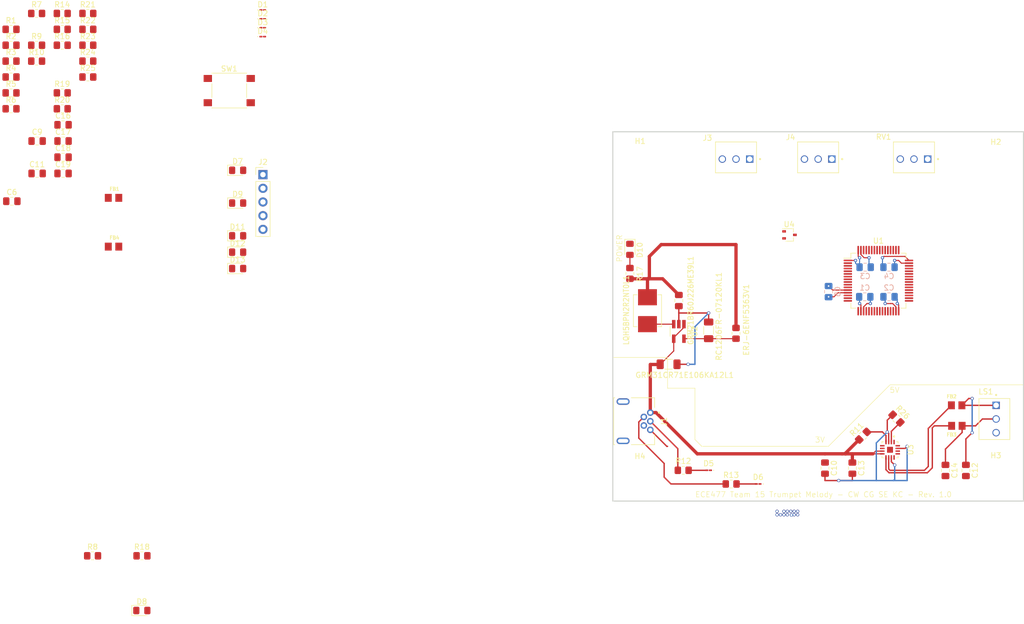
<source format=kicad_pcb>
(kicad_pcb (version 20221018) (generator pcbnew)
  (layers (0 "F.Cu" signal) (31 "B.Cu" signal) (34 "B.Paste" user) (35 "F.Paste" user) (36 "B.SilkS" user "B.Silkscreen") (37 "F.SilkS" user "F.Silkscreen") (38 "B.Mask" user) (39 "F.Mask" user) (44 "Edge.Cuts" user))
  (net 0 "")
  (net 1 "+3.3V")
  (net 2 "GND")
  (net 3 "+3.3VA")
  (net 4 "GNDA")
  (net 5 "NRST")
  (net 6 "+5V")
  (net 7 "ADC1_IN0")
  (net 8 "Net-(C12-Pad1)")
  (net 9 "Net-(C14-Pad1)")
  (net 10 "Net-(U1-VCAP1)")
  (net 11 "GPIO_BUTTON_0")
  (net 12 "GPIO_BUTTON_1")
  (net 13 "GPIO_BUTTON_2")
  (net 14 "Net-(D1-A2)")
  (net 15 "USB_DP")
  (net 16 "USB_DM")
  (net 17 "Net-(D7-A)")
  (net 18 "Net-(D8-A)")
  (net 19 "Net-(D9-A)")
  (net 20 "Net-(D10-A)")
  (net 21 "Net-(D11-A)")
  (net 22 "Net-(D12-A)")
  (net 23 "Net-(D13-A)")
  (net 24 "Net-(U2-FB)")
  (net 25 "Net-(U3-OUTN)")
  (net 26 "Net-(U3-OUTP)")
  (net 27 "Net-(J1-D-)")
  (net 28 "Net-(J1-D+)")
  (net 29 "USB_ID_Connector")
  (net 30 "Net-(J2-Pin_1)")
  (net 31 "Net-(J2-Pin_2)")
  (net 32 "Net-(J2-Pin_3)")
  (net 33 "Net-(J2-Pin_4)")
  (net 34 "Net-(J2-Pin_5)")
  (net 35 "BUTTON_0")
  (net 36 "BUTTON_1")
  (net 37 "BUTTON_2")
  (net 38 "Net-(U2-SW)")
  (net 39 "BOOT0")
  (net 40 "Net-(R4-Pad2)")
  (net 41 "Net-(U3-SD_MODE)")
  (net 42 "GPIO_LED0")
  (net 43 "GPIO_LED1")
  (net 44 "GPIO_LED2")
  (net 45 "TMS")
  (net 46 "TCK")
  (net 47 "SWO")
  (net 48 "JTDI")
  (net 49 "NJTRST")
  (net 50 "Net-(U3-GAIN_SLOT)")
  (net 51 "PC13")
  (net 52 "OSC32_IN")
  (net 53 "OSC_IN")
  (net 54 "OSC_OUT")
  (net 55 "I2S_SD")
  (net 56 "PA1")
  (net 57 "PA2")
  (net 58 "PA3")
  (net 59 "PA4")
  (net 60 "PA5")
  (net 61 "PA6")
  (net 62 "PA7")
  (net 63 "PC4")
  (net 64 "PC5")
  (net 65 "PB0")
  (net 66 "PB1")
  (net 67 "PB2")
  (net 68 "I2S_CK")
  (net 69 "I2S_WS")
  (net 70 "PB13")
  (net 71 "PB14")
  (net 72 "PB15")
  (net 73 "PC6")
  (net 74 "PC7")
  (net 75 "PC8")
  (net 76 "PC9")
  (net 77 "PA8")
  (net 78 "USB_VSENSE")
  (net 79 "USB_ID")
  (net 80 "PD2")
  (net 81 "PB5")
  (net 82 "PB6")
  (net 83 "PB7")
  (net 84 "PB8")
  (net 85 "PB9")
  (net 86 "PadMax")
  (footprint "TrumpetMelodyFootprintLibrary:TE_640456-3" (layer "F.Cu") (at 172.72 50.8)
    (fp_text reference "J3")
    (fp_text value "640456-3")
  )
  (footprint "Resistor_SMD:R_0805_2012Metric_Pad1.20x1.40mm_HandSolder" (layer "F.Cu") (at 45.17 26.705)
    (fp_text reference "R15")
    (fp_text value "1k")
  )
  (footprint "Resistor_SMD:R_0805_2012Metric_Pad1.20x1.40mm_HandSolder" (layer "F.Cu") (at 35.67 35.555)
    (fp_text reference "R4")
    (fp_text value "20")
  )
  (footprint "Resistor_SMD:R_0805_2012Metric_Pad1.20x1.40mm_HandSolder" (layer "F.Cu") (at 49.92 29.655)
    (fp_text reference "R23")
    (fp_text value "220")
  )
  (footprint "Resistor_SMD:R_0805_2012Metric_Pad1.20x1.40mm_HandSolder" (layer "F.Cu") (at 35.67 32.605)
    (fp_text reference "R3")
    (fp_text value "150")
  )
  (footprint "Resistor_SMD:R_0805_2012Metric_Pad1.20x1.40mm_HandSolder" (layer "F.Cu") (at 193.747107 102.162893 45)
    (fp_text reference "R11")
    (fp_text value "1M")
  )
  (footprint "Resistor_SMD:R_0805_2012Metric_Pad1.20x1.40mm_HandSolder" (layer "F.Cu") (at 45.17 41.455)
    (fp_text reference "R20")
    (fp_text value "1k")
  )
  (footprint "Capacitor_SMD:C_0805_2012Metric_Pad1.18x1.45mm_HandSolder" (layer "F.Cu") (at 45.32 47.445)
    (fp_text reference "C17")
    (fp_text value "0.22uF")
  )
  (footprint "Capacitor_SMD:C_0805_2012Metric_Pad1.18x1.45mm_HandSolder" (layer "F.Cu") (at 45.32 53.465)
    (fp_text reference "C19")
    (fp_text value "0.22uF")
  )
  (footprint "MountingHole:MountingHole_3.5mm" (layer "F.Cu") (at 218.44 109.22)
    (fp_text reference "H3")
    (fp_text value "MountingHole")
  )
  (footprint "Diode_SMD:D_01005_0402Metric_Pad0.57x0.30mm_HandSolder" (layer "F.Cu") (at 165.1 108.585 180)
    (fp_text reference "D5")
    (fp_text value "D_TVS")
  )
  (footprint "Diode_SMD:D_01005_0402Metric_Pad0.57x0.30mm_HandSolder" (layer "F.Cu") (at 82.37 23.105)
    (fp_text reference "D1")
    (fp_text value "D_TVS")
  )
  (footprint "TrumpetMelodyFootprintLibrary:FB_LI0805G201R-10" (layer "F.Cu") (at 211.117 96.52)
    (fp_text reference "FB2")
    (fp_text value "FerriteBead")
  )
  (footprint "Resistor_SMD:R_0805_2012Metric_Pad1.20x1.40mm_HandSolder" (layer "F.Cu") (at 40.42 29.655)
    (fp_text reference "R9")
    (fp_text value "4.7k")
  )
  (footprint "Diode_SMD:D_01005_0402Metric_Pad0.57x0.30mm_HandSolder" (layer "F.Cu") (at 82.37 24.755)
    (fp_text reference "D2")
    (fp_text value "D_TVS")
  )
  (footprint "TrumpetMelodyFootprintLibrary:TE_640456-3" (layer "F.Cu") (at 187.96 50.8)
    (fp_text reference "J4")
    (fp_text value "640456-3")
  )
  (footprint "Resistor_SMD:R_0805_2012Metric_Pad1.20x1.40mm_HandSolder" (layer "F.Cu") (at 199.952893 98.987893 -45)
    (fp_text reference "R26")
    (fp_text value "100k")
  )
  (footprint "TrumpetMelodyFootprintLibrary:TE_2172034-1" (layer "F.Cu") (at 149.228422 99.472954 -90)
    (fp_text reference "J1")
    (fp_text value "USB_B_Micro")
  )
  (footprint "Capacitor_SMD:C_0805_2012Metric_Pad1.18x1.45mm_HandSolder" (layer "F.Cu") (at 191.77 108.1825 -90)
    (fp_text reference "C13")
    (fp_text value "0.1uF")
  )
  (footprint "Resistor_SMD:R_0805_2012Metric_Pad1.20x1.40mm_HandSolder" (layer "F.Cu") (at 49.92 23.755)
    (fp_text reference "R21")
    (fp_text value "220")
  )
  (footprint "Resistor_SMD:R_0805_2012Metric_Pad1.20x1.40mm_HandSolder" (layer "F.Cu") (at 59.96 124.46)
    (fp_text reference "R18")
    (fp_text value "1k")
  )
  (footprint "TrumpetMelodyFootprintLibrary:FB_LI0805G201R-10" (layer "F.Cu") (at 211.158 100.33 180)
    (fp_text reference "FB3")
    (fp_text value "FerriteBead" hide)
  )
  (footprint "Resistor_SMD:R_0805_2012Metric_Pad1.20x1.40mm_HandSolder" (layer "F.Cu") (at 35.67 29.655)
    (fp_text reference "R2")
    (fp_text value "100k")
  )
  (footprint "LED_SMD:LED_0805_2012Metric_Pad1.15x1.40mm_HandSolder" (layer "F.Cu") (at 77.715 71.12)
    (fp_text reference "D13")
    (fp_text value "LED")
  )
  (footprint "TrumpetMelodyFootprintLibrary:QFN50P300X300X80-17N" (layer "F.Cu") (at 198.755 104.775 -90)
    (fp_text reference "U3")
    (fp_text value "MAX98357AETE_T")
  )
  (footprint "LED_SMD:LED_0805_2012Metric_Pad1.15x1.40mm_HandSolder" (layer "F.Cu") (at 150.495 67.555 -90)
    (fp_text reference "D10")
    (fp_text value "LED")
  )
  (footprint "Package_TO_SOT_SMD:SOT-23-5_HandSoldering" (layer "F.Cu") (at 159.57 82.8 -90)
    (fp_text reference "U2")
    (fp_text value "TLV62565DBVR")
  )
  (footprint "Inductor_SMD:L_Murata_LQH55DN_5.7x5.0mm" (layer "F.Cu") (at 153.755345 78.95 90)
    (fp_text reference "LQH5BPN2R2NT0L1")
    (fp_text value "2.2uH")
  )
  (footprint "Diode_SMD:D_01005_0402Metric_Pad0.57x0.30mm_HandSolder" (layer "F.Cu") (at 174.2875 111.125 180)
    (fp_text reference "D6")
    (fp_text value "D_TVS")
  )
  (footprint "Diode_SMD:D_01005_0402Metric_Pad0.57x0.30mm_HandSolder" (layer "F.Cu") (at 82.37 26.405)
    (fp_text reference "D3")
    (fp_text value "D_TVS")
  )
  (footprint "Capacitor_SMD:C_0805_2012Metric_Pad1.18x1.45mm_HandSolder" (layer "F.Cu") (at 212.831667 108.615944 -90)
    (fp_text reference "C12")
    (fp_text value "220pF")
  )
  (footprint "Capacitor_SMD:C_0805_2012Metric_Pad1.18x1.45mm_HandSolder" (layer "F.Cu") (at 186.69 108.1825 -90)
    (fp_text reference "C10")
    (fp_text value "10uF")
  )
  (footprint "Resistor_SMD:R_0805_2012Metric_Pad1.20x1.40mm_HandSolder" (layer "F.Cu") (at 35.67 41.455)
    (fp_text reference "R6")
    (fp_text value "4.7k")
  )
  (footprint "TrumpetMelodyFootprintLibrary:TE_640456-3" (layer "F.Cu") (at 205.74 50.8)
    (fp_text reference "RV1")
    (fp_text value "Linear Potentiometer")
  )
  (footprint "Button_Switch_SMD:SW_SPST_PTS645" (layer "F.Cu") (at 76.16 38.075)
    (fp_text reference "SW1")
    (fp_text value "SW_Push")
  )
  (footprint "Resistor_SMD:R_0805_2012Metric_Pad1.20x1.40mm_HandSolder" (layer "F.Cu") (at 49.92 26.705)
    (fp_text reference "R22")
    (fp_text value "220")
  )
  (footprint "Resistor_SMD:R_0805_2012Metric_Pad1.20x1.40mm_HandSolder" (layer "F.Cu") (at 150.495 72.025 90)
    (fp_text reference "R17")
    (fp_text value "1k")
  )
  (footprint "Resistor_SMD:R_0805_2012Metric_Pad1.20x1.40mm_HandSolder" (layer "F.Cu") (at 50.8 124.46)
    (fp_text reference "R8")
    (fp_text value "4.7k")
  )
  (footprint "LED_SMD:LED_0805_2012Metric_Pad1.15x1.40mm_HandSolder" (layer "F.Cu") (at 77.715 52.88)
    (fp_text reference "D7")
    (fp_text value "LED")
  )
  (footprint "LED_SMD:LED_0805_2012Metric_Pad1.15x1.40mm_HandSolder" (layer "F.Cu") (at 77.715 68.08)
    (fp_text reference "D12")
    (fp_text value "LED")
  )
  (footprint "Capacitor_SMD:C_0805_2012Metric_Pad1.18x1.45mm_HandSolder" (layer "F.Cu") (at 35.8175 58.62)
    (fp_text reference "C6")
    (fp_text value "0.1uF")
  )
  (footprint "Capacitor_SMD:C_0805_2012Metric_Pad1.18x1.45mm_HandSolder" (layer "F.Cu") (at 40.51 47.445)
    (fp_text reference "C9")
    (fp_text value "0.1uF")
  )
  (footprint "Resistor_SMD:R_0805_2012Metric_Pad1.20x1.40mm_HandSolder" (layer "F.Cu") (at 45.17 38.505)
    (fp_text reference "R19")
    (fp_text value "1k")
  )
  (footprint "Capacitor_SMD:C_0805_2012Metric_Pad1.18x1.45mm_HandSolder" (layer "F.Cu") (at 40.51 53.465)
    (fp_text reference "C11")
    (fp_text value "10uF")
  )
  (footprint "Capacitor_SMD:C_0805_2012Metric_Pad1.18x1.45mm_HandSolder" (layer "F.Cu") (at 45.32 50.455)
    (fp_text reference "C18")
    (fp_text value "0.22uF")
  )
  (footprint "Resistor_SMD:R_0805_2012Metric_Pad1.20x1.40mm_HandSolder" (layer "F.Cu") (at 35.67 26.705)
    (fp_text reference "R1")
    (fp_text value "100k")
  )
  (footprint "MountingHole:MountingHole_3.5mm" (layer "F.Cu") (at 152.4 109.22)
    (fp_text reference "H4")
    (fp_text value "MountingHole")
  )
  (footprint "MountingHole:MountingHole_3.5mm" (layer "F.Cu") (at 218.44 50.8)
    (fp_text reference "H2")
    (fp_text value "MountingHole")
  )
  (footprint "TrumpetMelodyFootprintLibrary:FB_LI0805G201R-10" (layer "F.Cu") (at 54.685 67.05)
    (fp_text reference "FB4")
    (fp_text value "FerriteBead")
  )
  (footprint "Resistor_SMD:R_0805_2012Metric_Pad1.20x1.40mm_HandSolder" (layer "F.Cu") (at 40.42 23.755)
    (fp_text reference "R7")
    (fp_text value "220")
  )
  (footprint "MountingHole:MountingHole_3.5mm" (layer "F.Cu") (at 152.4 50.8)
    (fp_text reference "H1")
    (fp_text value "MountingHole")
  )
  (footprint "Resistor_SMD:R_0805_2012Metric_Pad1.20x1.40mm_HandSolder" (layer "F.Cu") (at 49.92 35.555)
    (fp_text reference "R25")
    (fp_text value "220")
  )
  (footprint "LED_SMD:LED_0805_2012Metric_Pad1.15x1.40mm_HandSolder" (layer "F.Cu") (at 77.715 65.04)
    (fp_text reference "D11")
    (fp_text value "LED")
  )
  (footprint "LED_SMD:LED_0805_2012Metric_Pad1.15x1.40mm_HandSolder" (layer "F.Cu") (at 77.715 58.96)
    (fp_text reference "D9")
    (fp_text value "LED")
  )
  (footprint "Capacitor_SMD:C_0805_2012Metric_Pad1.18x1.45mm_HandSolder" (layer "F.Cu") (at 159.57 77.0675 -90)
    (fp_text reference "GRM21BR60J226ME39L1")
    (fp_text value "22uF")
  )
  (footprint "Capacitor_SMD:C_0805_2012Metric_Pad1.18x1.45mm_HandSolder" (layer "F.Cu") (at 209.042338 108.615944 -90)
    (fp_text reference "C14")
    (fp_text value "220pF")
  )
  (footprint "Connector_PinHeader_2.54mm:PinHeader_1x05_P2.54mm_Vertical" (layer "F.Cu") (at 82.41 53.685)
    (fp_text reference "J2")
    (fp_text value "Conn_01x05")
  )
  (footprint "Resistor_SMD:R_0805_2012Metric_Pad1.20x1.40mm_HandSolder" (layer "F.Cu") (at 169.275 111.125)
    (fp_text reference "R13")
    (fp_text value "220")
  )
  (footprint "Resistor_SMD:R_0805_2012Metric_Pad1.20x1.40mm_HandSolder" (layer "F.Cu") (at 160.385 108.585)
    (fp_text reference "R12")
    (fp_text value "220")
  )
  (footprint "Capacitor_SMD:C_1206_3216Metric_Pad1.33x1.80mm_HandSolder" (layer "F.Cu") (at 157.67 88.9)
    (fp_text reference "GRM31CR71E106KA12L1")
    (fp_text value "10uF")
  )
  (footprint "TrumpetMelodyFootprintLibrary:FB_LI0805G201R-10" (layer "F.Cu") (at 54.685 57.99)
    (fp_text reference "FB1")
    (fp_text value "FerriteBead")
  )
  (footprint "Resistor_SMD:R_0805_2012Metric_Pad1.20x1.40mm_HandSolder" (layer "F.Cu") (at 49.92 32.605)
    (fp_text reference "R24")
    (fp_text value "220")
  )
  (footprint "Package_QFP:LQFP-64_10x10mm_P0.5mm" (layer "F.Cu") (at 196.605 73.37)
    (fp_text reference "U1")
    (fp_text value "STM32F411RETx")
  )
  (footprint "Resistor_SMD:R_0805_2012Metric_Pad1.20x1.40mm_HandSolder" (layer "F.Cu") (at 45.17 23.755)
    (fp_text reference "R14")
    (fp_text value "1k")
  )
  (footprint "Diode_SMD:D_01005_0402Metric_Pad0.57x0.30mm_HandSolder" (layer "F.Cu") (at 82.37 28.055)
    (fp_text reference "D4")
    (fp_text value "D_TVS")
  )
  (footprint "Resistor_SMD:R_0805_2012Metric_Pad1.20x1.40mm_HandSolder" (layer "F.Cu") (at 45.17 29.655)
    (fp_text reference "R16")
    (fp_text value "1k")
  )
  (footprint "Resistor_SMD:R_0805_2012Metric_Pad1.20x1.40mm_HandSolder" (layer "F.Cu") (at 35.67 38.505)
    (fp_text reference "R5")
    (fp_text value "220")
  )
  (footprint "Package_TO_SOT_SMD:SOT-323_SC-70" (layer "F.Cu") (at 180.105 64.87)
    (fp_text reference "U4")
    (fp_text value "MAX7375AXR805")
  )
  (footprint "Resistor_SMD:R_0805_2012Metric_Pad1.20x1.40mm_HandSolder" (layer "F.Cu") (at 170.18 83.15 -90)
    (fp_text reference "ERJ-6ENF5363V1")
    (fp_text value "536k")
  )
  (footprint "Resistor_SMD:R_0805_2012Metric_Pad1.20x1.40mm_HandSolder" (layer "F.Cu") (at 40.42 32.605)
    (fp_text reference "R10")
    (fp_text value "220")
  )
  (footprint "TrumpetMelodyFootprintLibrary:TE_640456-3" (layer "F.Cu") (at 218.44 96.52 90)
    (fp_text reference "LS1")
    (fp_text value "Speaker")
  )
  (footprint "Capacitor_SMD:C_0805_2012Metric_Pad1.18x1.45mm_HandSolder" (layer "F.Cu") (at 45.32 44.435)
    (fp_text reference "C16")
    (fp_text value "4.7uF")
  )
  (footprint "Resistor_SMD:R_1206_3216Metric_Pad1.30x1.75mm_HandSolder" (layer "F.Cu") (at 165.1 82.6 90)
    (fp_text reference "RC1206FR-07120KL1")
    (fp_text value "120k")
  )
  (footprint "LED_SMD:LED_0805_2012Metric_Pad1.15x1.40mm_HandSolder" (layer "F.Cu") (at 59.935 134.62)
    (fp_text reference "D8")
    (fp_text value "LED")
  )
  (footprint "Capacitor_SMD:C_0805_2012Metric_Pad1.18x1.45mm_HandSolder" (layer "B.Cu") (at 198.5675 70.87)
    (fp_text reference "C4")
    (fp_text value "0.1uF")
  )
  (footprint "Capacitor_SMD:C_0805_2012Metric_Pad1.18x1.45mm_HandSolder" (layer "B.Cu") (at 194.0675 76.37 180)
    (fp_text reference "C1")
    (fp_text value "0.1uF")
  )
  (footprint "Capacitor_SMD:C_0805_2012Metric_Pad1.18x1.45mm_HandSolder" (layer "B.Cu") (at 187.355 75.4075 90)
    (fp_text reference "C5")
    (fp_text value "0.1uF")
  )
  (footprint "Capacitor_SMD:C_0805_2012Metric_Pad1.18x1.45mm_HandSolder" (layer "B.Cu") (at 194.1425 70.87)
    (fp_text reference "C3")
    (fp_text value "0.1uF")
  )
  (footprint "Capacitor_SMD:C_0805_2012Metric_Pad1.18x1.45mm_HandSolder" (layer "B.Cu") (at 198.5675 76.37 180)
    (fp_text reference "C2")
    (fp_text value "0.1uF")
  )
  (gr_line (start 147.32 87.63) (end 157.48 87.63) (stroke (width 0.1)) (layer "F.SilkS"))
  (gr_line (start 198.755 92.71) (end 223.52 92.71) (stroke (width 0.1)) (layer "F.SilkS"))
  (gr_line (start 162.56 93.345) (end 162.56 102.87) (stroke (width 0.1)) (layer "F.SilkS"))
  (gr_line (start 157.48 87.63) (end 157.48 93.345) (stroke (width 0.1)) (layer "F.SilkS"))
  (gr_line (start 157.48 93.345) (end 162.56 93.345) (stroke (width 0.1)) (layer "F.SilkS"))
  (gr_line (start 163.83 104.14) (end 187.325 104.14) (stroke (width 0.1)) (layer "F.SilkS"))
  (gr_line (start 163.83 104.14) (end 162.56 102.87) (stroke (width 0.1)) (layer "F.SilkS"))
  (gr_line (start 187.325 104.14) (end 198.71019 92.75481) (stroke (width 0.1)) (layer "F.SilkS"))
  (gr_rect locked (start 147.32 45.72) (end 223.52 114.3) (stroke (width 0.2)) (fill none) (layer "Edge.Cuts"))
  (gr_text "5V" (at 198.634195 94.273649) (layer "F.SilkS") (effects (font (size 1 1) (thickness 0.1)) (justify left bottom)))
  (gr_text "3V" (at 184.785 103.505) (layer "F.SilkS") (effects (font (size 1 1) (thickness 0.1)) (justify left bottom)))
  (gr_text "ECE477 Team 15 Trumpet Melody - CW CG SE KC - Rev. 1.0" (at 162.56 113.665) (layer "F.SilkS") (effects (font (size 1 1) (thickness 0.1)) (justify left bottom)))
  (gr_text "POWER" (at 149.153375 69.986032 90) (layer "F.SilkS") (effects (font (size 1 1) (thickness 0.1)) (justify left bottom)))
  (segment (start 156.3 66.675) (end 170.18 66.675) (width 0.61) (layer "F.Cu") (net 1))
  (segment (start 193.855 79.045) (end 193.855 78.23759) (width 0.2) (layer "F.Cu") (net 1))
  (segment (start 193.105 69.12) (end 192.98 68.995) (width 0.2) (layer "F.Cu") (net 1))
  (segment (start 154.105 73.025) (end 154.105 68.87) (width 0.61) (layer "F.Cu") (net 1))
  (segment (start 159.57 76.03) (end 156.565 73.025) (width 0.61) (layer "F.Cu") (net 1))
  (segment (start 200.355 77.87) (end 200.105 77.62) (width 0.2) (layer "F.Cu") (net 1))
  (segment (start 201.53 68.87) (end 197.605 68.87) (width 0.2) (layer "F.Cu") (net 1))
  (segment (start 200.355 79.045) (end 200.355 77.87) (width 0.2) (layer "F.Cu") (net 1))
  (segment (start 192.855 67.695) (end 192.855 68.87) (width 0.2) (layer "F.Cu") (net 1))
  (segment (start 197.605 68.87) (end 197.355 69.12) (width 0.2) (layer "F.Cu") (net 1))
  (segment (start 150.495 73.025) (end 153.755345 73.025) (width 0.61) (layer "F.Cu") (net 1))
  (segment (start 193.855 78.23759) (end 194.47259 77.62) (width 0.2) (layer "F.Cu") (net 1))
  (segment (start 192.855 68.87) (end 193.105 69.12) (width 0.2) (layer "F.Cu") (net 1))
  (segment (start 170.18 66.675) (end 170.18 82.33) (width 0.61) (layer "F.Cu") (net 1))
  (segment (start 154.105 68.87) (end 156.3 66.675) (width 0.61) (layer "F.Cu") (net 1))
  (segment (start 194.47259 77.62) (end 195.105 77.62) (width 0.2) (layer "F.Cu") (net 1))
  (segment (start 190.93 69.62) (end 192.355 69.62) (width 0.2) (layer "F.Cu") (net 1))
  (segment (start 153.755345 76.312709) (end 153.755345 73.025) (width 0.61) (layer "F.Cu") (net 1))
  (segment (start 156.565 73.025) (end 153.755345 73.025) (width 0.61) (layer "F.Cu") (net 1))
  (segment (start 202.28 69.62) (end 201.53 68.87) (width 0.2) (layer "F.Cu") (net 1))
  (via (at 197.355 69.12) (size 0.6) (drill 0.3) (layers "F.Cu" "B.Cu") (net 1))
  (via (at 193.105 69.12) (size 0.6) (drill 0.3) (layers "F.Cu" "B.Cu") (net 1))
  (via (at 192.355 69.62) (size 0.6) (drill 0.3) (layers "F.Cu" "B.Cu") (net 1))
  (via (at 200.105 77.62) (size 0.6) (drill 0.3) (layers "F.Cu" "B.Cu") (net 1))
  (via (at 195.105 77.62) (size 0.6) (drill 0.3) (layers "F.Cu" "B.Cu") (net 1))
  (segment (start 194.605 76.87) (end 195.105 76.37) (width 0.2) (layer "B.Cu") (net 1))
  (segment (start 192.355 70.12) (end 193.105 70.87) (width 0.2) (layer "B.Cu") (net 1))
  (segment (start 200.105 76.87) (end 199.605 76.37) (width 0.2) (layer "B.Cu") (net 1))
  (segment (start 195.105 77.62) (end 195.105 76.37) (width 0.2) (layer "B.Cu") (net 1))
  (segment (start 200.105 77.62) (end 200.105 76.87) (width 0.2) (layer "B.Cu") (net 1))
  (segment (start 192.355 69.62) (end 192.355 70.12) (width 0.2) (layer "B.Cu") (net 1))
  (segment (start 197.355 70.695) (end 197.53 70.87) (width 0.2) (layer "B.Cu") (net 1))
  (segment (start 197.355 69.12) (end 197.355 70.695) (width 0.2) (layer "B.Cu") (net 1))
  (segment (start 193.105 69.12) (end 193.105 70.87) (width 0.2) (layer "B.Cu") (net 1))
  (segment (start 199.855 78.23759) (end 199.23741 77.62) (width 0.2) (layer "F.Cu") (net 2))
  (segment (start 201.545 104.525) (end 201.93 104.14) (width 0.254) (layer "F.Cu") (net 2))
  (segment (start 200.855 70.12) (end 200.355 69.62) (width 0.2) (layer "F.Cu") (net 2))
  (segment (start 159.57 79.375) (end 159.57 78.105) (width 0.254) (layer "F.Cu") (net 2))
  (segment (start 165.1 81.05) (end 165.1 79.375) (width 0.254) (layer "F.Cu") (net 2))
  (segment (start 199.23741 77.62) (end 198.855 77.62) (width 0.2) (layer "F.Cu") (net 2))
  (segment (start 199.005 106.21) (end 199.005 106.997006) (width 0.254) (layer "F.Cu") (net 2))
  (segment (start 193.953529 69.12) (end 194.855 69.12) (width 0.2) (layer "F.Cu") (net 2))
  (segment (start 198.505 101.733286) (end 198.245857 101.474143) (width 0.254) (layer "F.Cu") (net 2))
  (segment (start 165.1 79.375) (end 159.57 79.375) (width 0.254) (layer "F.Cu") (net 2))
  (segment (start 191.77 109.22) (end 191.77 110.49) (width 0.254) (layer "F.Cu") (net 2))
  (segment (start 193.355 79.045) (end 193.355 77.87) (width 0.2) (layer "F.Cu") (net 2))
  (segment (start 199.855 79.045) (end 199.855 78.23759) (width 0.2) (layer "F.Cu") (net 2))
  (segment (start 200.19 104.525) (end 201.545 104.525) (width 0.254) (layer "F.Cu") (net 2))
  (segment (start 199.245786 98.280786) (end 198.245857 99.280715) (width 0.254) (layer "F.Cu") (net 2))
  (segment (start 202.28 70.12) (end 200.855 70.12) (width 0.2) (layer "F.Cu") (net 2))
  (segment (start 198.505 103.34) (end 198.505 101.733286) (width 0.254) (layer "F.Cu") (net 2))
  (segment (start 193.355 67.695) (end 193.355 68.521471) (width 0.2) (layer "F.Cu") (net 2))
  (segment (start 193.355 77.87) (end 193.105 77.62) (width 0.2) (layer "F.Cu") (net 2))
  (segment (start 186.69 110.49) (end 189.23 110.49) (width 0.254) (layer "F.Cu") (net 2))
  (segment (start 198.245857 99.280715) (end 198.245857 101.474143) (width 0.254) (layer "F.Cu") (net 2))
  (segment (start 191.77 110.49) (end 189.23 110.49) (width 0.254) (layer "F.Cu") (net 2))
  (segment (start 154.278422 101.072954) (end 157.345468 104.14) (width 0.254) (layer "F.Cu") (net 2))
  (segment (start 157.345468 104.14) (end 157.48 104.14) (width 0.254) (layer "F.Cu") (net 2))
  (segment (start 198.855 77.62) (end 197.855 77.62) (width 0.2) (layer "F.Cu") (net 2))
  (segment (start 159.57 81.45) (end 159.57 79.375) (width 0.254) (layer "F.Cu") (net 2))
  (segment (start 193.355 68.521471) (end 193.953529 69.12) (width 0.2) (layer "F.Cu") (net 2))
  (segment (start 199.005 106.997006) (end 199.620798 107.612804) (width 0.254) (layer "F.Cu") (net 2))
  (segment (start 186.69 109.22) (end 186.69 110.49) (width 0.254) (layer "F.Cu") (net 2))
  (segment (start 200.355 69.62) (end 199.605 69.62) (width 0.2) (layer "F.Cu") (net 2))
  (segment (start 159.2325 88.9) (end 161.29 88.9) (width 0.254) (layer "F.Cu") (net 2))
  (via (at 189.23 110.49) (size 0.6) (drill 0.381) (layers "F.Cu" "B.Cu") (net 2))
  (via (at 161.29 88.9) (size 0.6) (drill 0.381) (layers "F.Cu" "B.Cu") (net 2))
  (via (at 165.1 79.375) (size 0.6) (drill 0.381) (layers "F.Cu" "B.Cu") (net 2))
  (via (at 199.620798 107.612804) (size 0.6) (drill 0.381) (layers "F.Cu" "B.Cu") (net 2))
  (via (at 180.975 116.205) (size 0.6) (drill 0.381) (layers "F.Cu" "B.Cu") (net 2))
  (via (at 180.34 116.205) (size 0.6) (drill 0.381) (layers "F.Cu" "B.Cu") (net 2))
  (via (at 179.705 116.84) (size 0.6) (drill 0.381) (layers "F.Cu" "B.Cu") (net 2))
  (via (at 177.8 116.205) (size 0.6) (drill 0.381) (layers "F.Cu" "B.Cu") (net 2))
  (via (at 194.855 69.12) (size 0.6) (drill 0.3) (layers "F.Cu" "B.Cu") (net 2))
  (via (at 197.855 77.62) (size 0.6) (drill 0.3) (layers "F.Cu" "B.Cu") (net 2))
  (via (at 177.8 116.84) (size 0.6) (drill 0.381) (layers "F.Cu" "B.Cu") (net 2))
  (via (at 199.605 69.62) (size 0.6) (drill 0.3) (layers "F.Cu" "B.Cu") (net 2))
  (via (at 180.975 116.84) (size 0.6) (drill 0.381) (layers "F.Cu" "B.Cu") (net 2))
  (via (at 178.435 116.84) (size 0.6) (drill 0.381) (layers "F.Cu" "B.Cu") (net 2))
  (via (at 179.07 116.84) (size 0.6) (drill 0.381) (layers "F.Cu" "B.Cu") (net 2))
  (via (at 179.705 116.205) (size 0.6) (drill 0.381) (layers "F.Cu" "B.Cu") (net 2))
  (via (at 180.463807 116.885528) (size 0.6) (drill 0.381) (layers "F.Cu" "B.Cu") (net 2))
  (via (at 181.61 116.84) (size 0.6) (drill 0.381) (layers "F.Cu" "B.Cu") (net 2))
  (via (at 181.61 116.205) (size 0.6) (drill 0.381) (layers "F.Cu" "B.Cu") (net 2))
  (via (at 179.07 116.205) (size 0.6) (drill 0.381) (layers "F.Cu" "B.Cu") (net 2))
  (via (at 193.105 77.62) (size 0.6) (drill 0.3) (layers "F.Cu" "B.Cu") (net 2))
  (via (at 201.93 104.14) (size 0.6) (drill 0.381) (layers "F.Cu" "B.Cu") (net 2))
  (via (at 198.245857 101.474143) (size 0.6) (drill 0.381) (layers "F.Cu" "B.Cu") (net 2))
  (segment (start 162.56 81.915) (end 162.56 88.9) (width 0.254) (layer "B.Cu") (net 2))
  (segment (start 197.855 76.695) (end 197.53 76.37) (width 0.2) (layer "B.Cu") (net 2))
  (segment (start 197.855 77.62) (end 197.855 76.695) (width 0.2) (layer "B.Cu") (net 2))
  (segment (start 196.215 110.49) (end 199.39 110.49) (width 0.254) (layer "B.Cu") (net 2))
  (segment (start 162.56 88.9) (end 161.29 88.9) (width 0.254) (layer "B.Cu") (net 2))
  (segment (start 196.215 110.49) (end 189.23 110.49) (width 0.254) (layer "B.Cu") (net 2))
  (segment (start 195.105 70.945) (end 195.18 70.87) (width 0.2) (layer "B.Cu") (net 2))
  (segment (start 198.245857 101.474143) (end 196.215 103.505) (width 0.254) (layer "B.Cu") (net 2))
  (segment (start 196.215 103.505) (end 196.215 110.49) (width 0.254) (layer "B.Cu") (net 2))
  (segment (start 165.1 79.375) (end 162.56 81.915) (width 0.254) (layer "B.Cu") (net 2))
  (segment (start 193.105 76.445) (end 193.03 76.37) (width 0.2) (layer "B.Cu") (net 2))
  (segment (start 194.855 69.12) (end 194.855 70.545) (width 0.2) (layer "B.Cu") (net 2))
  (segment (start 199.39 110.49) (end 201.93 110.49) (width 0.254) (layer "B.Cu") (net 2))
  (segment (start 193.105 77.62) (end 193.105 76.445) (width 0.2) (layer "B.Cu") (net 2))
  (segment (start 194.855 70.545) (end 195.18 70.87) (width 0.2) (layer "B.Cu") (net 2))
  (segment (start 201.93 104.14) (end 201.93 110.49) (width 0.254) (layer "B.Cu") (net 2))
  (segment (start 199.620798 110.259202) (end 199.39 110.49) (width 0.254) (layer "B.Cu") (net 2))
  (segment (start 199.620798 107.612804) (end 199.620798 110.259202) (width 0.254) (layer "B.Cu") (net 2))
  (segment (start 199.605 69.62) (end 199.605 70.87) (width 0.2) (layer "B.Cu") (net 2))
  (segment (start 188.355 76.37) (end 189.105 75.62) (width 0.2) (layer "F.Cu") (net 3))
  (segment (start 189.105 75.62) (end 190.93 75.62) (width 0.2) (layer "F.Cu") (net 3))
  (segment (start 187.355 76.37) (end 188.355 76.37) (width 0.2) (layer "F.Cu") (net 3))
  (via (at 187.355 76.37) (size 0.6) (drill 0.3) (layers "F.Cu" "B.Cu") (net 3))
  (segment (start 188.105 75.12) (end 190.93 75.12) (width 0.2) (layer "F.Cu") (net 4))
  (segment (start 187.355 74.37) (end 188.105 75.12) (width 0.2) (layer "F.Cu") (net 4))
  (via (at 187.355 74.37) (size 0.6) (drill 0.3) (layers "F.Cu" "B.Cu") (net 4))
  (segment (start 186.69 105.525) (end 189.865 105.525) (width 0.61) (layer "F.Cu") (net 6))
  (segment (start 160.52 81.45) (end 160.52 82.05) (width 0.2) (layer "F.Cu") (net 6))
  (segment (start 190.5 105.525) (end 191.77 105.525) (width 0.61) (layer "F.Cu") (net 6))
  (segment (start 160.52 82.05) (end 158.62 83.95) (width 0.2) (layer "F.Cu") (net 6))
  (segment (start 155.340454 97.872954) (end 162.9925 105.525) (width 0.61) (layer "F.Cu") (net 6))
  (segment (start 193.04 102.87) (end 190.5 105.41) (width 0.61) (layer "F.Cu") (net 6))
  (segment (start 189.77 105.43) (end 189.865 105.525) (width 0.254) (layer "F.Cu") (net 6))
  (segment (start 158.62 86.4275) (end 156.1075 88.94) (width 0.2) (layer "F.Cu") (net 6))
  (segment (start 154.278422 97.872954) (end 154.278422 88.926578) (width 0.61) (layer "F.Cu") (net 6))
  (segment (start 158.62 84.15) (end 158.62 86.4275) (width 0.2) (layer "F.Cu") (net 6))
  (segment (start 162.9925 105.525) (end 186.69 105.525) (width 0.61) (layer "F.Cu") (net 6))
  (segment (start 191.77 107.145) (end 191.77 105.525) (width 0.61) (layer "F.Cu") (net 6))
  (segment (start 154.278422 97.872954) (end 155.340454 97.872954) (width 0.61) (layer "F.Cu") (net 6))
  (segment (start 196.08 105.025) (end 197.32 105.025) (width 0.2) (layer "F.Cu") (net 6))
  (segment (start 154.345 88.94) (end 156.1075 88.94) (width 0.61) (layer "F.Cu") (net 6))
  (segment (start 158.62 83.95) (end 158.62 84.15) (width 0.2) (layer "F.Cu") (net 6))
  (segment (start 154.278422 88.926578) (end 154.305 88.9) (width 0.2) (layer "F.Cu") (net 6))
  (segment (start 189.865 105.525) (end 190.5 105.525) (width 0.61) (layer "F.Cu") (net 6))
  (segment (start 195.58 105.525) (end 197.32 105.525) (width 0.2) (layer "F.Cu") (net 6))
  (segment (start 195.58 105.525) (end 196.08 105.025) (width 0.2) (layer "F.Cu") (net 6))
  (segment (start 190.5 105.41) (end 190.5 105.525) (width 0.61) (layer "F.Cu") (net 6))
  (segment (start 154.305 88.9) (end 154.345 88.94) (width 0.2) (layer "F.Cu") (net 6))
  (segment (start 191.77 105.525) (end 195.58 105.525) (width 0.61) (layer "F.Cu") (net 6))
  (segment (start 218.44 96.52) (end 212.09 96.52) (width 0.254) (layer "F.Cu") (net 8))
  (segment (start 212.831667 102.763333) (end 212.831667 107.578444) (width 0.254) (layer "F.Cu") (net 8))
  (segment (start 213.36 95.25) (end 212.09 96.52) (width 0.254) (layer "F.Cu") (net 8))
  (segment (start 213.995 101.6) (end 212.831667 102.763333) (width 0.254) (layer "F.Cu") (net 8))
  (segment (start 213.995 95.25) (end 213.36 95.25) (width 0.254) (layer "F.Cu") (net 8))
  (via (at 213.995 101.6) (size 0.6) (drill 0.381) (layers "F.Cu" "B.Cu") (net 8))
  (via (at 213.995 95.25) (size 0.6) (drill 0.381) (layers "F.Cu" "B.Cu") (net 8))
  (segment (start 213.995 95.25) (end 213.995 101.6) (width 0.254) (layer "B.Cu") (net 8))
  (segment (start 215.9 99.06) (end 214.63 100.33) (width 0.254) (layer "F.Cu") (net 9))
  (segment (start 214.63 100.33) (end 212.131 100.33) (width 0.254) (layer "F.Cu") (net 9))
  (segment (start 212.131 101.559) (end 209.042338 104.647662) (width 0.254) (layer "F.Cu") (net 9))
  (segment (start 212.131 100.33) (end 212.131 101.559) (width 0.254) (layer "F.Cu") (net 9))
  (segment (start 218.44 99.06) (end 215.9 99.06) (width 0.254) (layer "F.Cu") (net 9))
  (segment (start 209.042338 104.647662) (end 209.042338 107.578444) (width 0.254) (layer "F.Cu") (net 9))
  (segment (start 161.385 108.585) (end 164.7625 108.585) (width 0.254) (layer "F.Cu") (net 15))
  (segment (start 170.275 111.125) (end 173.95 111.125) (width 0.254) (layer "F.Cu") (net 16))
  (segment (start 150.495 71.025) (end 150.495 68.58) (width 0.2) (layer "F.Cu") (net 20))
  (segment (start 165.1 84.15) (end 170.18 84.15) (width 0.2) (layer "F.Cu") (net 24))
  (segment (start 160.52 84.15) (end 165.1 84.15) (width 0.2) (layer "F.Cu") (net 24))
  (segment (start 170.13 84.28) (end 170.18 84.33) (width 0.2) (layer "F.Cu") (net 24))
  (segment (start 198.505 108.335) (end 198.505 106.21) (width 0.254) (layer "F.Cu") (net 25))
  (segment (start 198.755 108.585) (end 198.505 108.335) (width 0.254) (layer "F.Cu") (net 25))
  (segment (start 205.14 108.585) (end 198.755 108.585) (width 0.254) (layer "F.Cu") (net 25))
  (segment (start 205.855 107.87) (end 205.14 108.585) (width 0.254) (layer "F.Cu") (net 25))
  (segment (start 205.855 100.809) (end 205.855 107.87) (width 0.254) (layer "F.Cu") (net 25))
  (segment (start 210.144 96.52) (end 205.855 100.809) (width 0.254) (layer "F.Cu") (net 25))
  (segment (start 198.005 108.477052) (end 198.005 106.21) (width 0.254) (layer "F.Cu") (net 26))
  (segment (start 205.686 109.039) (end 198.566947 109.039) (width 0.254) (layer "F.Cu") (net 26))
  (segment (start 206.605 100.701052) (end 206.605 108.12) (width 0.254) (layer "F.Cu") (net 26))
  (segment (start 206.605 108.12) (end 205.686 109.039) (width 0.254) (layer "F.Cu") (net 26))
  (segment (start 206.976052 100.33) (end 206.605 100.701052) (width 0.254) (layer "F.Cu") (net 26))
  (segment (start 210.185 100.33) (end 206.976052 100.33) (width 0.254) (layer "F.Cu") (net 26))
  (segment (start 198.566947 109.039) (end 198.005 108.477052) (width 0.254) (layer "F.Cu") (net 26))
  (segment (start 156.845 107.315) (end 152.147422 102.617422) (width 0.254) (layer "F.Cu") (net 27))
  (segment (start 152.147422 99.603954) (end 153.078422 98.672954) (width 0.254) (layer "F.Cu") (net 27))
  (segment (start 167.64 111.125) (end 158.115 111.125) (width 0.254) (layer "F.Cu") (net 27))
  (segment (start 152.147422 102.617422) (end 152.147422 99.603954) (width 0.254) (layer "F.Cu") (net 27))
  (segment (start 156.845 109.855) (end 156.845 107.315) (width 0.254) (layer "F.Cu") (net 27))
  (segment (start 158.115 111.125) (end 156.845 109.855) (width 0.254) (layer "F.Cu") (net 27))
  (segment (start 154.278422 99.472954) (end 159.385 104.579532) (width 0.254) (layer "F.Cu") (net 28))
  (segment (start 159.385 104.579532) (end 159.385 108.585) (width 0.254) (layer "F.Cu") (net 28))
  (segment (start 158.62 81.45) (end 153.755345 81.45) (width 0.2) (layer "F.Cu") (net 38))
  (segment (start 197.340786 101.455786) (end 198.005 102.12) (width 0.254) (layer "F.Cu") (net 41))
  (segment (start 198.005 102.12) (end 198.005 103.34) (width 0.254) (layer "F.Cu") (net 41))
  (segment (start 194.454214 101.455786) (end 197.340786 101.455786) (width 0.254) (layer "F.Cu") (net 41))
  (segment (start 199.005 101.35) (end 199.005 103.34) (width 0.254) (layer "F.Cu") (net 50))
  (segment (start 200.66 99.695) (end 199.005 101.35) (width 0.254) (layer "F.Cu") (net 50))
)
</source>
